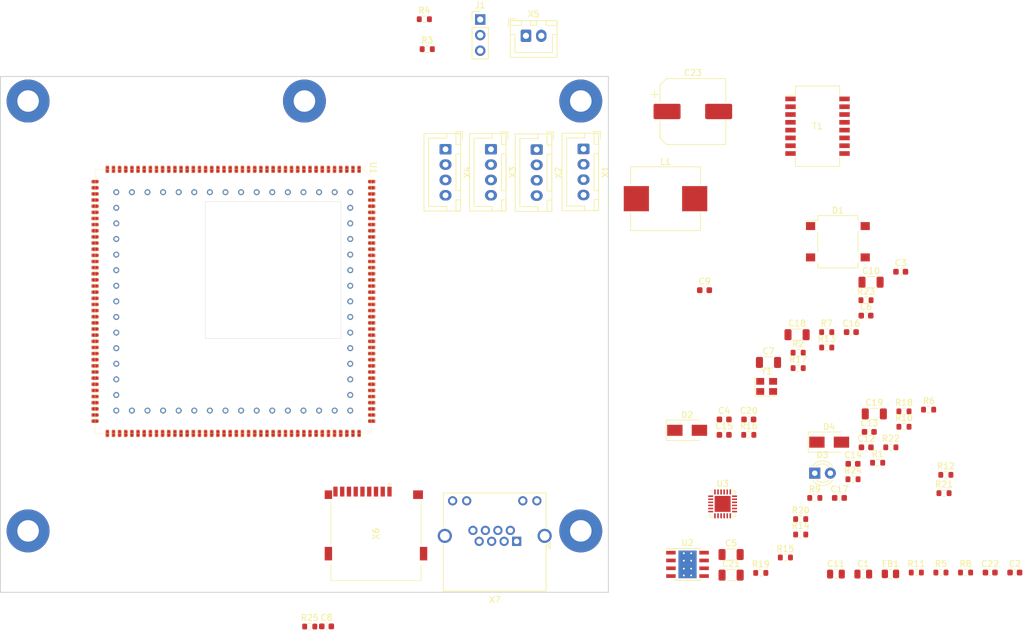
<source format=kicad_pcb>
(kicad_pcb (version 20211014) (generator pcbnew)
  (layers (0 "F.Cu" mixed) (31 "B.Cu" mixed) (36 "B.SilkS" user "B.Silkscreen") (37 "F.SilkS" user "F.Silkscreen") (38 "B.Mask" user) (39 "F.Mask" user) (44 "Edge.Cuts" user))
  (net 0 "")
  (net 1 "+5V")
  (net 2 "GND")
  (net 3 "Net-(C3-Pad2)")
  (net 4 "Net-(C4-Pad2)")
  (net 5 "Net-(C5-Pad1)")
  (net 6 "Net-(C16-Pad1)")
  (net 7 "+3V3")
  (net 8 "Net-(C10-Pad2)")
  (net 9 "Net-(C11-Pad1)")
  (net 10 "Net-(C12-Pad1)")
  (net 11 "Net-(C14-Pad2)")
  (net 12 "Net-(C15-Pad1)")
  (net 13 "Net-(C15-Pad2)")
  (net 14 "/VIN1")
  (net 15 "/VIN2")
  (net 16 "Net-(D3-Pad2)")
  (net 17 "Net-(J1-Pad2)")
  (net 18 "Net-(J1-Pad3)")
  (net 19 "Net-(R1-Pad1)")
  (net 20 "/STAT_LED")
  (net 21 "/UART0_TX")
  (net 22 "/UART0_RX")
  (net 23 "/RXD0")
  (net 24 "Net-(R5-Pad2)")
  (net 25 "/RXD1")
  (net 26 "Net-(R6-Pad2)")
  (net 27 "/RXER")
  (net 28 "Net-(R7-Pad2)")
  (net 29 "/CSDV")
  (net 30 "Net-(R8-Pad2)")
  (net 31 "/TXCK")
  (net 32 "Net-(R9-Pad2)")
  (net 33 "/PHY_RST")
  (net 34 "/MDIO")
  (net 35 "Net-(R12-Pad1)")
  (net 36 "Net-(R13-Pad1)")
  (net 37 "Net-(R14-Pad1)")
  (net 38 "/TXP")
  (net 39 "Net-(R17-Pad1)")
  (net 40 "/TXN")
  (net 41 "Net-(R19-Pad2)")
  (net 42 "/RXP")
  (net 43 "/RXN")
  (net 44 "Net-(R23-Pad1)")
  (net 45 "/ETH_LED2")
  (net 46 "Net-(R24-Pad1)")
  (net 47 "/ETH_LED1")
  (net 48 "Net-(R25-Pad1)")
  (net 49 "/SD0_CD")
  (net 50 "/TO1_N")
  (net 51 "/TO1_P")
  (net 52 "/TO0_N")
  (net 53 "/TO0_P")
  (net 92 "/M0_ONOFF")
  (net 93 "/M1_ONOFF")
  (net 95 "/M2_ONOFF")
  (net 96 "/M3_ONOFF")
  (net 118 "/SD0_D2")
  (net 119 "/SD0_CMD")
  (net 120 "/SD0_D1")
  (net 121 "/SD0_CLK")
  (net 124 "/SD0_D3")
  (net 125 "/SD0_D0")
  (net 156 "/USB0_N")
  (net 157 "/USB0_P")
  (net 158 "/USB1_N")
  (net 159 "/USB1_P")
  (net 160 "/USB2_N")
  (net 161 "/USB2_P")
  (net 162 "/USB3_N")
  (net 163 "/USB3_P")
  (net 164 "/TXEN")
  (net 165 "/MDC")
  (net 166 "/TXD0")
  (net 167 "/TXD1")
  (footprint "Capacitor_SMD:C_0603_1608Metric" (layer "F.Cu") (at 233.71 128.7)
    (fp_text reference "C20" (at 0 -1.43) (layer "F.SilkS"))
    (fp_text value "4.7u")
    (pad "1" smd roundrect (at -0.775 0) (size 0.9 0.95) (layers "F.Cu" "F.Paste" "F.Mask") (net 7 "+3V3"))
    (pad "2" smd roundrect (at 0.775 0) (size 0.9 0.95) (layers "F.Cu" "F.Paste" "F.Mask") (net 2 "GND"))
  )
  (footprint "Resistor_SMD:R_0603_1608Metric" (layer "F.Cu") (at 241.75 117.83)
    (fp_text reference "R2" (at 0 -1.43) (layer "F.SilkS"))
    (fp_text value "470R")
    (pad "1" smd roundrect (at -0.825 0) (size 0.8 0.95) (layers "F.Cu" "F.Paste" "F.Mask") (net 16 "Net-(D3-Pad2)"))
    (pad "2" smd roundrect (at 0.825 0) (size 0.8 0.95) (layers "F.Cu" "F.Paste" "F.Mask") (net 20 "/STAT_LED"))
  )
  (footprint "Capacitor_SMD:C_0603_1608Metric" (layer "F.Cu") (at 229.7 131.21)
    (fp_text reference "C15" (at 0 -1.43) (layer "F.SilkS"))
    (fp_text value "0.1u")
    (pad "1" smd roundrect (at -0.775 0) (size 0.9 0.95) (layers "F.Cu" "F.Paste" "F.Mask") (net 12 "Net-(C15-Pad1)"))
    (pad "2" smd roundrect (at 0.775 0) (size 0.9 0.95) (layers "F.Cu" "F.Paste" "F.Mask") (net 13 "Net-(C15-Pad2)"))
  )
  (footprint "Resistor_SMD:R_0603_1608Metric" (layer "F.Cu") (at 260.99 153.63)
    (fp_text reference "R11" (at 0 -1.43) (layer "F.SilkS"))
    (fp_text value "1.5k")
    (pad "1" smd roundrect (at -0.825 0) (size 0.8 0.95) (layers "F.Cu" "F.Paste" "F.Mask") (net 7 "+3V3"))
    (pad "2" smd roundrect (at 0.825 0) (size 0.8 0.95) (layers "F.Cu" "F.Paste" "F.Mask") (net 34 "/MDIO"))
  )
  (footprint "Resistor_SMD:R_0603_1608Metric" (layer "F.Cu") (at 239.67 151.18)
    (fp_text reference "R15" (at 0 -1.43) (layer "F.SilkS"))
    (fp_text value "18k")
    (pad "1" smd roundrect (at -0.825 0) (size 0.8 0.95) (layers "F.Cu" "F.Paste" "F.Mask") (net 11 "Net-(C14-Pad2)"))
    (pad "2" smd roundrect (at 0.825 0) (size 0.8 0.95) (layers "F.Cu" "F.Paste" "F.Mask") (net 10 "Net-(C12-Pad1)"))
  )
  (footprint "Resistor_SMD:R_0603_1608Metric" (layer "F.Cu") (at 241.75 120.34)
    (fp_text reference "R17" (at 0 -1.43) (layer "F.SilkS"))
    (fp_text value "12k")
    (pad "1" smd roundrect (at -0.825 0) (size 0.8 0.95) (layers "F.Cu" "F.Paste" "F.Mask") (net 39 "Net-(R17-Pad1)"))
    (pad "2" smd roundrect (at 0.825 0) (size 0.8 0.95) (layers "F.Cu" "F.Paste" "F.Mask") (net 2 "GND"))
  )
  (footprint "Connector_JST:JST_XH_B4B-XH-A_1x04_P2.50mm_Vertical" (layer "F.Cu") (at 206.8 84.65 -90)
    (fp_text reference "X1" (at 3.75 -3.55 90) (layer "F.SilkS"))
    (fp_text value "B4B-XH")
    (pad "1" thru_hole roundrect (at 0 0 270) (size 1.7 1.95) (drill 0.95) (layers *.Cu *.Mask) (roundrect_rratio 0.147059) (net 92 "/M0_ONOFF"))
    (pad "2" thru_hole oval (at 2.5 0 270) (size 1.7 1.95) (drill 0.95) (layers *.Cu *.Mask) (net 156 "/USB0_N"))
    (pad "3" thru_hole oval (at 5 0 270) (size 1.7 1.95) (drill 0.95) (layers *.Cu *.Mask) (net 157 "/USB0_P"))
    (pad "4" thru_hole oval (at 7.5 0 270) (size 1.7 1.95) (drill 0.95) (layers *.Cu *.Mask) (net 2 "GND"))
  )
  (footprint "Capacitor_SMD:C_1206_3216Metric" (layer "F.Cu") (at 254.15 127.8)
    (fp_text reference "C19" (at 0 -1.85) (layer "F.SilkS"))
    (fp_text value "47u")
    (pad "1" smd roundrect (at -1.475 0) (size 1.15 1.8) (layers "F.Cu" "F.Paste" "F.Mask") (roundrect_rratio 0.217391) (net 1 "+5V"))
    (pad "2" smd roundrect (at 1.475 0) (size 1.15 1.8) (layers "F.Cu" "F.Paste" "F.Mask") (roundrect_rratio 0.217391) (net 2 "GND"))
  )
  (footprint "Connector_JST:JST_XH_B4B-XH-A_1x04_P2.50mm_Vertical" (layer "F.Cu") (at 184.325 84.7 -90)
    (fp_text reference "X4" (at 3.75 -3.55 90) (layer "F.SilkS"))
    (fp_text value "B4B-XH")
    (pad "1" thru_hole roundrect (at 0 0 270) (size 1.7 1.95) (drill 0.95) (layers *.Cu *.Mask) (roundrect_rratio 0.147059) (net 96 "/M3_ONOFF"))
    (pad "2" thru_hole oval (at 2.5 0 270) (size 1.7 1.95) (drill 0.95) (layers *.Cu *.Mask) (net 162 "/USB3_N"))
    (pad "3" thru_hole oval (at 5 0 270) (size 1.7 1.95) (drill 0.95) (layers *.Cu *.Mask) (net 163 "/USB3_P"))
    (pad "4" thru_hole oval (at 7.5 0 270) (size 1.7 1.95) (drill 0.95) (layers *.Cu *.Mask) (net 2 "GND"))
  )
  (footprint "MountingHole:MountingHole_3.5mm_Pad" (layer "F.Cu") (at 116.35 76.85)
    (fp_text reference "H1" hide)
    (fp_text value "M3")
    (pad "1" thru_hole circle (at 0 0) (size 7 7) (drill 3.5) (layers *.Cu *.Mask) (net 2 "GND"))
  )
  (footprint "Inductor_SMD:L_Sunlord_MWSA1004S" (layer "F.Cu") (at 220.15 92.75)
    (fp_text reference "L1" (at 0 -6) (layer "F.SilkS"))
    (fp_text value "15uH")
    (pad "1" smd rect locked (at -4.75 0) (size 4.1 4.1) (layers "F.Cu" "F.Paste" "F.Mask") (net 13 "Net-(C15-Pad2)"))
    (pad "2" smd rect locked (at 4.75 0) (size 4.1 4.1) (layers "F.Cu" "F.Paste" "F.Mask") (net 1 "+5V"))
  )
  (footprint "Capacitor_SMD:C_0603_1608Metric" (layer "F.Cu") (at 252.8 111.79)
    (fp_text reference "C6" (at 0 -1.43) (layer "F.SilkS"))
    (fp_text value "0.1u")
    (pad "1" smd roundrect (at -0.775 0) (size 0.9 0.95) (layers "F.Cu" "F.Paste" "F.Mask") (net 6 "Net-(C16-Pad1)"))
    (pad "2" smd roundrect (at 0.775 0) (size 0.9 0.95) (layers "F.Cu" "F.Paste" "F.Mask") (net 2 "GND"))
  )
  (footprint "Resistor_SMD:R_0603_1608Metric" (layer "F.Cu") (at 233.71 131.21)
    (fp_text reference "R16" (at 0 -1.43) (layer "F.SilkS"))
    (fp_text value "49.9R")
    (pad "1" smd roundrect (at -0.825 0) (size 0.8 0.95) (layers "F.Cu" "F.Paste" "F.Mask") (net 6 "Net-(C16-Pad1)"))
    (pad "2" smd roundrect (at 0.825 0) (size 0.8 0.95) (layers "F.Cu" "F.Paste" "F.Mask") (net 38 "/TXP"))
  )
  (footprint "Capacitor_SMD:C_0805_2012Metric" (layer "F.Cu") (at 252.35 153.88)
    (fp_text reference "C1" (at 0 -1.68) (layer "F.SilkS"))
    (fp_text value "22u")
    (pad "1" smd roundrect (at -0.95 0) (size 1 1.45) (layers "F.Cu" "F.Paste" "F.Mask") (net 1 "+5V"))
    (pad "2" smd roundrect (at 0.95 0) (size 1 1.45) (layers "F.Cu" "F.Paste" "F.Mask") (net 2 "GND"))
  )
  (footprint "Capacitor_SMD:C_1206_3216Metric" (layer "F.Cu") (at 236.92 119.42)
    (fp_text reference "C7" (at 0 -1.85) (layer "F.SilkS"))
    (fp_text value "4.7u")
    (pad "1" smd roundrect (at -1.475 0) (size 1.15 1.8) (layers "F.Cu" "F.Paste" "F.Mask") (roundrect_rratio 0.217391) (net 5 "Net-(C5-Pad1)"))
    (pad "2" smd roundrect (at 1.475 0) (size 1.15 1.8) (layers "F.Cu" "F.Paste" "F.Mask") (roundrect_rratio 0.217391) (net 2 "GND"))
  )
  (footprint "Capacitor_SMD:C_1206_3216Metric" (layer "F.Cu") (at 253.62 106.35)
    (fp_text reference "C10" (at 0 -1.85) (layer "F.SilkS"))
    (fp_text value "1n 2kV")
    (pad "1" smd roundrect (at -1.475 0) (size 1.15 1.8) (layers "F.Cu" "F.Paste" "F.Mask") (roundrect_rratio 0.217391) (net 2 "GND"))
    (pad "2" smd roundrect (at 1.475 0) (size 1.15 1.8) (layers "F.Cu" "F.Paste" "F.Mask") (roundrect_rratio 0.217391) (net 8 "Net-(C10-Pad2)"))
  )
  (footprint "Package_SO:TI_SO-PowerPAD-8_ThermalVias" (layer "F.Cu") (at 223.73 152.3)
    (fp_text reference "U2" (at 0 -3.5) (layer "F.SilkS"))
    (fp_text value "TPS54540")
    (pad "1" smd rect (at -2.7 -1.905) (size 1.55 0.6) (layers "F.Cu" "F.Paste" "F.Mask") (net 12 "Net-(C15-Pad1)"))
    (pad "2" smd rect (at -2.7 -0.635) (size 1.55 0.6) (layers "F.Cu" "F.Paste" "F.Mask") (net 5 "Net-(C5-Pad1)"))
    (pad "3" smd rect (at -2.7 0.635) (size 1.55 0.6) (layers "F.Cu" "F.Paste" "F.Mask"))
    (pad "4" smd rect (at -2.7 1.905) (size 1.55 0.6) (layers "F.Cu" "F.Paste" "F.Mask") (net 35 "Net-(R12-Pad1)"))
    (pad "5" smd rect (at 2.7 1.905) (size 1.55 0.6) (layers "F.Cu" "F.Paste" "F.Mask") (net 41 "Net-(R19-Pad2)"))
    (pad "6" smd rect (at 2.7 0.635) (size 1.55 0.6) (layers "F.Cu" "F.Paste" "F.Mask") (net 11 "Net-(C14-Pad2)"))
    (pad "7" smd rect (at 2.7 -0.635) (size 1.55 0.6) (layers "F.Cu" "F.Paste" "F.Mask") (net 2 "GND"))
    (pad "8" smd rect (at 2.7 -1.905) (size 1.55 0.6) (layers "F.Cu" "F.Paste" "F.Mask") (net 13 "Net-(C15-Pad2)"))
    (pad "9" smd rect (at 0 0) (size 2.6 3.1) (layers "F.Cu" "F.Paste" "F.Mask") (net 2 "GND"))
    (pad "9" thru_hole circle (at -0.6 -1.8) (size 0.6 0.6) (drill 0.3) (layers *.Cu) (net 2 "GND"))
    (pad "9" thru_hole circle (at -0.6 0.7) (size 0.6 0.6) (drill 0.3) (layers *.Cu) (net 2 "GND"))
    (pad "9" thru_hole circle (at -0.6 1.8) (size 0.6 0.6) (drill 0.3) (layers *.Cu) (net 2 "GND"))
    (pad "9" thru_hole circle (at 0.6 1.8) (size 0.6 0.6) (drill 0.3) (layers *.Cu) (net 2 "GND"))
    (pad "9" smd rect (at 0 0) (size 2.95 4.5) (layers "F.Cu") (net 2 "GND"))
    (pad "9" smd rect (at 0 0) (size 2.95 4.5) (layers "B.Cu") (net 2 "GND"))
    (pad "9" thru_hole circle (at 0.6 0.7) (size 0.6 0.6) (drill 0.3) (layers *.Cu) (net 2 "GND"))
    (pad "9" thru_hole circle (at 0.6 -1.8) (size 0.6 0.6) (drill 0.3) (layers *.Cu) (net 2 "GND"))
    (pad "9" thru_hole circle (at 0.6 -0.6) (size 0.6 0.6) (drill 0.3) (layers *.Cu) (net 2 "GND"))
    (pad "9" thru_hole circle (at -0.6 -0.6) (size 0.6 0.6) (drill 0.3) (layers *.Cu) (net 2 "GND"))
  )
  (footprint "Package_DFN_QFN:QFN-24-1EP_4x4mm_P0.5mm_EP2.6x2.6mm" (layer "F.Cu") (at 229.45 142.45)
    (fp_text reference "U3" (at 0 -3.3) (layer "F.SilkS"))
    (fp_text value "LAN8720A")
    (pad "1" smd roundrect (at -1.9375 -1.25) (size 0.825 0.25) (layers "F.Cu" "F.Paste" "F.Mask") (net 6 "Net-(C16-Pad1)"))
    (pad "2" smd roundrect (at -1.9375 -0.75) (size 0.825 0.25) (layers "F.Cu" "F.Paste" "F.Mask") (net 45 "/ETH_LED2"))
    (pad "3" smd roundrect (at -1.9375 -0.25) (size 0.825 0.25) (layers "F.Cu" "F.Paste" "F.Mask") (net 47 "/ETH_LED1"))
    (pad "4" smd roundrect (at -1.9375 0.25) (size 0.825 0.25) (layers "F.Cu" "F.Paste" "F.Mask") (net 4 "Net-(C4-Pad2)"))
    (pad "5" smd roundrect (at -1.9375 0.75) (size 0.825 0.25) (layers "F.Cu" "F.Paste" "F.Mask") (net 3 "Net-(C3-Pad2)"))
    (pad "6" smd roundrect (at -1.9375 1.25) (size 0.825 0.25) (layers "F.Cu" "F.Paste" "F.Mask") (net 9 "Net-(C11-Pad1)"))
    (pad "7" smd roundrect (at -1.25 1.9375) (size 0.25 0.825) (layers "F.Cu" "F.Paste" "F.Mask") (net 26 "Net-(R6-Pad2)"))
    (pad "8" smd roundrect (at -0.75 1.9375) (size 0.25 0.825) (layers "F.Cu" "F.Paste" "F.Mask") (net 24 "Net-(R5-Pad2)"))
    (pad "9" smd roundrect (at -0.25 1.9375) (size 0.25 0.825) (layers "F.Cu" "F.Paste" "F.Mask") (net 7 "+3V3"))
    (pad "10" smd roundrect (at 0.25 1.9375) (size 0.25 0.825) (layers "F.Cu" "F.Paste" "F.Mask") (net 28 "Net-(R7-Pad2)"))
    (pad "11" smd roundrect (at 0.75 1.9375) (size 0.25 0.825) (layers "F.Cu" "F.Paste" "F.Mask") (net 30 "Net-(R8-Pad2)"))
    (pad "12" smd roundrect (at 1.25 1.9375) (size 0.25 0.825) (layers "F.Cu" "F.Paste" "F.Mask") (net 34 "/MDIO"))
    (pad "13" smd roundrect (at 1.9375 1.25) (size 0.825 0.25) (layers "F.Cu" "F.Paste" "F.Mask") (net 165 "/MDC"))
    (pad "14" smd roundrect (at 1.9375 0.75) (size 0.825 0.25) (layers "F.Cu" "F.Paste" "F.Mask") (net 32 "Net-(R9-Pad2)"))
    (pad "15" smd roundrect (at 1.9375 0.25) (size 0.825 0.25) (layers "F.Cu" "F.Paste" "F.Mask") (net 33 "/PHY_RST"))
    (pad "16" smd roundrect (at 1.9375 -0.25) (size 0.825 0.25) (layers "F.Cu" "F.Paste" "F.Mask") (net 164 "/TXEN"))
    (pad "17" smd roundrect (at 1.9375 -0.75) (size 0.825 0.25) (layers "F.Cu" "F.Paste" "F.Mask") (net 166 "/TXD0"))
    (pad "18" smd roundrect (at 1.9375 -1.25) (size 0.825 0.25) (layers "F.Cu" "F.Paste" "F.Mask") (net 167 "/TXD1"))
    (pad "19" smd roundrect (at 1.25 -1.9375) (size 0.25 0.825) (layers "F.Cu" "F.Paste" "F.Mask") (net 6 "Net-(C16-Pad1)"))
    (pad "20" smd roundrect (at 0.75 -1.9375) (size 0.25 0.825) (layers "F.Cu" "F.Paste" "F.Mask") (net 40 "/TXN"))
    (pad "21" smd roundrect (at 0.25 -1.9375) (size 0.25 0.825) (layers "F.Cu" "F.Paste" "F.Mask") (net 38 "/TXP"))
    (pad "22" smd roundrect (at -0.25 -1.9375) (size 0.25 0.825) (layers "F.Cu" "F.Paste" "F.Mask") (net 43 "/RXN"))
    (pad "23" smd roundrect (at -0.75 -1.9375) (size 0.25 0.825) (layers "F.Cu" "F.Paste" "F.Mask") (net 42 "/RXP"))
    (pad "24" smd roundrect (at -1.25 -1.9375) (size 0.25 0.825) (layers "F.Cu" "F.Paste" "F.Mask") (net 39 "Net-(R17-Pad1)"))
    (pad "25" smd rect (at 0 0) (size 2.6 2.6) (layers "F.Cu" "F.Mask") (net 2 "GND"))
  )
  (footprint "Diode_SMD:D_SMA" (layer "F.Cu") (at 246.8 132.4)
    (fp_text reference "D4" (at 0 -2.5) (layer "F.SilkS"))
    (fp_text value "SS540")
    (pad "1" smd rect (at -2 0) (size 2.5 1.8) (layers "F.Cu" "F.Paste" "F.Mask") (net 13 "Net-(C15-Pad2)"))
    (pad "2" smd rect (at 2 0) (size 2.5 1.8) (layers "F.Cu" "F.Paste" "F.Mask") (net 2 "GND"))
  )
  (footprint "Resistor_SMD:R_0603_1608Metric" (layer "F.Cu") (at 244.46 141.48)
    (fp_text reference "R9" (at 0 -1.43) (layer "F.SilkS"))
    (fp_text value "22R")
    (pad "1" smd roundrect (at -0.825 0) (size 0.8 0.95) (layers "F.Cu" "F.Paste" "F.Mask") (net 31 "/TXCK"))
    (pad "2" smd roundrect (at 0.825 0) (size 0.8 0.95) (layers "F.Cu" "F.Paste" "F.Mask") (net 32 "Net-(R9-Pad2)"))
  )
  (footprint "Resistor_SMD:R_0603_1608Metric" (layer "F.Cu") (at 262.99 127.1)
    (fp_text reference "R6" (at 0.06 -1.4) (layer "F.SilkS"))
    (fp_text value "22R")
    (pad "1" smd roundrect (at -0.825 0) (size 0.8 0.95) (layers "F.Cu" "F.Paste" "F.Mask") (net 25 "/RXD1"))
    (pad "2" smd roundrect (at 0.825 0) (size 0.8 0.95) (layers "F.Cu" "F.Paste" "F.Mask") (net 26 "Net-(R6-Pad2)"))
  )
  (footprint "Connector_JST:JST_XH_B2B-XH-A_1x02_P2.50mm_Vertical" (layer "F.Cu") (at 197.425 66.225)
    (fp_text reference "X5" (at 1.25 -3.55) (layer "F.SilkS"))
    (fp_text value "B2B-XH")
    (pad "1" thru_hole roundrect (at 0 0) (size 1.7 2) (drill 1) (layers *.Cu *.Mask) (roundrect_rratio 0.147059) (net 5 "Net-(C5-Pad1)"))
    (pad "2" thru_hole oval (at 2.5 0) (size 1.7 2) (drill 1) (layers *.Cu *.Mask) (net 2 "GND"))
  )
  (footprint "Capacitor_SMD:C_1206_3216Metric" (layer "F.Cu") (at 241.57 114.9)
    (fp_text reference "C18" (at 0 -1.85) (layer "F.SilkS"))
    (fp_text value "47u")
    (pad "1" smd roundrect (at -1.475 0) (size 1.15 1.8) (layers "F.Cu" "F.Paste" "F.Mask") (roundrect_rratio 0.217391) (net 1 "+5V"))
    (pad "2" smd roundrect (at 1.475 0) (size 1.15 1.8) (layers "F.Cu" "F.Paste" "F.Mask") (roundrect_rratio 0.217391) (net 2 "GND"))
  )
  (footprint "Resistor_SMD:R_0603_1608Metric" (layer "F.Cu") (at 162.215 162.425)
    (fp_text reference "R25" (at 0 -1.43) (layer "F.SilkS"))
    (fp_text value "1k")
    (pad "1" smd roundrect (at -0.825 0) (size 0.8 0.95) (layers "F.Cu" "F.Paste" "F.Mask") (net 48 "Net-(R25-Pad1)"))
    (pad "2" smd roundrect (at 0.825 0) (size 0.8 0.95) (layers "F.Cu" "F.Paste" "F.Mask") (net 49 "/SD0_CD"))
  )
  (footprint "Capacitor_SMD:C_0603_1608Metric" (layer "F.Cu") (at 277.03 153.63)
    (fp_text reference "C2" (at 0 -1.43) (layer "F.SilkS"))
    (fp_text value "0.1u")
    (pad "1" smd roundrect (at -0.775 0) (size 0.9 0.95) (layers "F.Cu" "F.Paste" "F.Mask") (net 1 "+5V"))
    (pad "2" smd roundrect (at 0.775 0) (size 0.9 0.95) (layers "F.Cu" "F.Paste" "F.Mask") (net 2 "GND"))
  )
  (footprint "MountingHole:MountingHole_3.5mm_Pad" (layer "F.Cu") (at 206.35 76.85)
    (fp_text reference "H2" hide)
    (fp_text value "M3")
    (pad "1" thru_hole circle (at 0 0) (size 7 7) (drill 3.5) (layers *.Cu *.Mask) (net 2 "GND"))
  )
  (footprint "Resistor_SMD:R_0603_1608Metric" (layer "F.Cu") (at 250.68 138.44)
    (fp_text reference "R24" (at 0 -1.43) (layer "F.SilkS"))
    (fp_text value "470R")
    (pad "1" smd roundrect (at -0.825 0) (size 0.8 0.95) (layers "F.Cu" "F.Paste" "F.Mask") (net 46 "Net-(R24-Pad1)"))
    (pad "2" smd roundrect (at 0.825 0) (size 0.8 0.95) (layers "F.Cu" "F.Paste" "F.Mask") (net 47 "/ETH_LED1"))
  )
  (footprint "LED_THT:LED_D3.0mm" (layer "F.Cu") (at 244.45 137.45)
    (fp_text reference "D3" (at 1.27 -2.96) (layer "F.SilkS"))
    (fp_text value "3mm")
    (pad "1" thru_hole rect (at 0 0) (size 1.8 1.8) (drill 0.9) (layers *.Cu *.Mask) (net 2 "GND"))
    (pad "2" thru_hole circle (at 2.54 0) (size 1.8 1.8) (drill 0.9) (layers *.Cu *.Mask) (net 16 "Net-(D3-Pad2)"))
  )
  (footprint "Capacitor_SMD:C_0603_1608Metric" (layer "F.Cu") (at 226.5 107.65)
    (fp_text reference "C9" (at 0 -1.43) (layer "F.SilkS"))
    (fp_text value "0.1u")
    (pad "1" smd roundrect (at -0.775 0) (size 0.9 0.95) (layers "F.Cu" "F.Paste" "F.Mask") (net 7 "+3V3"))
    (pad "2" smd roundrect (at 0.775 0) (size 0.9 0.95) (layers "F.Cu" "F.Paste" "F.Mask") (net 2 "GND"))
  )
  (footprint "Capacitor_SMD:C_0603_1608Metric" (layer "F.Cu") (at 252.83 133.24)
    (fp_text reference "C12" (at 0 -1.43) (layer "F.SilkS"))
    (fp_text value "10n")
    (pad "1" smd roundrect (at -0.775 0) (size 0.9 0.95) (layers "F.Cu" "F.Paste" "F.Mask") (net 10 "Net-(C12-Pad1)"))
    (pad "2" smd roundrect (at 0.775 0) (size 0.9 0.95) (layers "F.Cu" "F.Paste" "F.Mask") (net 2 "GND"))
  )
  (footprint "Resistor_SMD:R_0603_1608Metric" (layer "F.Cu") (at 246.4 114.48)
    (fp_text reference "R7" (at 0 -1.43) (layer "F.SilkS"))
    (fp_text value "22R")
    (pad "1" smd roundrect (at -0.825 0) (size 0.8 0.95) (layers "F.Cu" "F.Paste" "F.Mask") (net 27 "/RXER"))
    (pad "2" smd roundrect (at 0.825 0) (size 0.8 0.95) (layers "F.Cu" "F.Paste" "F.Mask") (net 28 "Net-(R7-Pad2)"))
  )
  (footprint "Connector_JST:JST_XH_B4B-XH-A_1x04_P2.50mm_Vertical" (layer "F.Cu") (at 191.725 84.7 -90)
    (fp_text reference "X3" (at 3.75 -3.55 90) (layer "F.SilkS"))
    (fp_text value "B4B-XH")
    (pad "1" thru_hole roundrect (at 0 0 270) (size 1.7 1.95) (drill 0.95) (layers *.Cu *.Mask) (roundrect_rratio 0.147059) (net 95 "/M2_ONOFF"))
    (pad "2" thru_hole oval (at 2.5 0 270) (size 1.7 1.95) (drill 0.95) (layers *.Cu *.Mask) (net 160 "/USB2_N"))
    (pad "3" thru_hole oval (at 5 0 270) (size 1.7 1.95) (drill 0.95) (layers *.Cu *.Mask) (net 161 "/USB2_P"))
    (pad "4" thru_hole oval (at 7.5 0 270) (size 1.7 1.95) (drill 0.95) (layers *.Cu *.Mask) (net 2 "GND"))
  )
  (footprint "Capacitor_SMD:C_0603_1608Metric" (layer "F.Cu") (at 164.95 162.4)
    (fp_text reference "C8" (at 0 -1.43) (layer "F.SilkS"))
    (fp_text value "4.7u")
    (pad "1" smd roundrect (at -0.775 0) (size 0.9 0.95) (layers "F.Cu" "F.Paste" "F.Mask") (net 7 "+3V3"))
    (pad "2" smd roundrect (at 0.775 0) (size 0.9 0.95) (layers "F.Cu" "F.Paste" "F.Mask") (net 2 "GND"))
  )
  (footprint "Oscillator:Oscillator_SMD_Abracon_ASE-4Pin_3.2x2.5mm" (layer "F.Cu") (at 236.62 123.32)
    (fp_text reference "Y1" (at 0 -2.45) (layer "F.SilkS"))
    (fp_text value "25MHz")
    (pad "1" smd rect (at -1.05 0.825) (size 1.3 1.1) (layers "F.Cu" "F.Paste" "F.Mask") (net 3 "Net-(C3-Pad2)"))
    (pad "2" smd rect (at 1.05 0.825) (size 1.3 1.1) (layers "F.Cu" "F.Paste" "F.Mask") (net 2 "GND"))
    (pad "3" smd rect (at 1.05 -0.825) (size 1.3 1.1) (layers "F.Cu" "F.Paste" "F.Mask") (net 4 "Net-(C4-Pad2)"))
    (pad "4" smd rect (at -1.05 -0.825) (size 1.3 1.1) (layers "F.Cu" "F.Paste" "F.Mask") (net 2 "GND"))
  )
  (footprint "Resistor_SMD:R_0603_1608Metric" (layer "F.Cu") (at 258.98 129.89)
    (fp_text reference "R10" (at 0 -1.43) (layer "F.SilkS"))
    (fp_text value "4.7k")
    (pad "1" smd roundrect (at -0.825 0) (size 0.8 0.95) (layers "F.Cu" "F.Paste" "F.Mask") (net 7 "+3V3"))
    (pad "2" smd roundrect (at 0.825 0) (size 0.8 0.95) (layers "F.Cu" "F.Paste" "F.Mask") (net 33 "/PHY_RST"))
  )
  (footprint "MountingHole:MountingHole_3.5mm_Pad" (layer "F.Cu") (at 116.35 146.85)
    (fp_text reference "H3" hide)
    (fp_text value "M3")
    (pad "1" thru_hole circle (at 0 0) (size 7 7) (drill 3.5) (layers *.Cu *.Mask) (net 2 "GND"))
  )
  (footprint "Capacitor_SMD:C_1206_3216Metric" (layer "F.Cu") (at 230.83 154.05)
    (fp_text reference "C21" (at 0 -1.85) (layer "F.SilkS"))
    (fp_text value "47u")
    (pad "1" smd roundrect (at -1.475 0) (size 1.15 1.8) (layers "F.Cu" "F.Paste" "F.Mask") (roundrect_rratio 0.217391) (net 1 "+5V"))
    (pad "2" smd roundrect (at 1.475 0) (size 1.15 1.8) (layers "F.Cu" "F.Paste" "F.Mask") (roundrect_rratio 0.217391) (net 2 "GND"))
  )
  (footprint "Resistor_SMD:R_0603_1608Metric" (layer "F.Cu") (at 256.84 133.24)
    (fp_text reference "R22" (at 0 -1.43) (layer "F.SilkS"))
    (fp_text value "49.9R")
    (pad "1" smd roundrect (at -0.825 0) (size 0.8 0.95) (layers "F.Cu" "F.Paste" "F.Mask") (net 6 "Net-(C16-Pad1)"))
    (pad "2" smd roundrect (at 0.825 0) (size 0.8 0.95) (layers "F.Cu" "F.Paste" "F.Mask") (net 43 "/RXN"))
  )
  (footprint "Resistor_SMD:R_0603_1608Metric" (layer "F.Cu") (at 235.66 153.69)
    (fp_text reference "R19" (at 0 -1.43) (layer "F.SilkS"))
    (fp_text value "36k")
    (pad "1" smd roundrect (at -0.825 0) (size 0.8 0.95) (layers "F.Cu" "F.Paste" "F.Mask") (net 1 "+5V"))
    (pad "2" smd roundrect (at 0.825 0) (size 0.8 0.95) (layers "F.Cu" "F.Paste" "F.Mask") (net 41 "Net-(R19-Pad2)"))
  )
  (footprint "Resistor_SMD:R_0603_1608Metric" (layer "F.Cu") (at 180.875 63.525)
    (fp_text reference "R4" (at 0 -1.43) (layer "F.SilkS"))
    (fp_text value "100R")
    (pad "1" smd roundrect (at -0.825 0) (size 0.8 0.95) (layers "F.Cu" "F.Paste" "F.Mask") (net 17 "Net-(J1-Pad2)"))
    (pad "2" smd roundrect (at 0.825 0) (size 0.8 0.95) (layers "F.Cu" "F.Paste" "F.Mask") (net 22 "/UART0_RX"))
  )
  (footprint "Resistor_SMD:R_0603_1608Metric" (layer "F.Cu") (at 265 153.63)
    (fp_text reference "R5" (at 0 -1.43) (layer "F.SilkS"))
    (fp_text value "22R")
    (pad "1" smd roundrect (at -0.825 0) (size 0.8 0.95) (layers "F.Cu" "F.Paste" "F.Mask") (net 23 "/RXD0"))
    (pad "2" smd roundrect (at 0.825 0) (size 0.8 0.95) (layers "F.Cu" "F.Paste" "F.Mask") (net 24 "Net-(R5-Pad2)"))
  )
  (footprint "Capacitor_SMD:C_0805_2012Metric" (layer "F.Cu") (at 247.9 153.88)
    (fp_text reference "C11" (at 0 -1.68) (layer "F.SilkS"))
    (fp_text value "10u")
    (pad "1" smd roundrect (at -0.95 0) (size 1 1.45) (layers "F.Cu" "F.Paste" "F.Mask") (net 9 "Net-(C11-Pad1)"))
    (pad "2" smd roundrect (at 0.95 0) (size 1 1.45) (layers "F.Cu" "F.Paste" "F.Mask") (net 2 "GND"))
  )
  (footprint "Capacitor_SMD:C_0603_1608Metric" (layer "F.Cu") (at 248.47 141.48)
    (fp_text reference "C17" (at 0 -1.43) (layer "F.SilkS"))
    (fp_text value "0.1u")
    (pad "1" smd roundrect (at -0.775 0) (size 0.9 0.95) (layers "F.Cu" "F.Paste" "F.Mask") (net 6 "Net-(C16-Pad1)"))
    (pad "2" smd roundrect (at 0.775 0) (size 0.9 0.95) (layers "F.Cu" "F.Paste" "F.Mask") (net 2 "GND"))
  )
  (footprint "Capacitor_SMD:C_0603_1608Metric" (layer "F.Cu") (at 253.33 130.73)
    (fp_text reference "C13" (at 0 -1.43) (layer "F.SilkS"))
    (fp_text value "470p")
    (pad "1" smd roundrect (at -0.775 0) (size 0.9 0.95) (layers "F.Cu" "F.Paste" "F.Mask") (net 9 "Net-(C11-Pad1)"))
    (pad "2" smd roundrect (at 0.775 0) (size 0.9 0.95) (layers "F.Cu" "F.Paste" "F.Mask") (net 2 "GND"))
  )
  (footprint "Resistor_SMD:R_0805_2012Metric" (layer "F.Cu") (at 256.78 153.85)
    (fp_text reference "FB1" (at 0 -1.65) (layer "F.SilkS"))
    (fp_text value "2A")
    (pad "1" smd roundrect (at -0.9125 0) (size 1.025 1.4) (layers "F.Cu" "F.Paste" "F.Mask") (roundrect_rratio 0.243902) (net 7 "+3V3"))
    (pad "2" smd roundrect (at 0.9125 0) (size 1.025 1.4) (layers "F.Cu" "F.Paste" "F.Mask") (roundrect_rratio 0.243902) (net 6 "Net-(C16-Pad1)"))
  )
  (footprint "Resistor_SMD:R_0603_1608Metric" (layer "F.Cu") (at 254.69 135.75)
    (fp_text reference "R1" (at 0 -1.43) (layer "F.SilkS"))
    (fp_text value "1k")
    (pad "1" smd roundrect (at -0.825 0) (size 0.8 0.95) (layers "F.Cu" "F.Paste" "F.Mask") (net 19 "Net-(R1-Pad1)"))
    (pad "2" smd roundrect (at 0.825 0) (size 0.8 0.95) (layers "F.Cu" "F.Paste" "F.Mask") (net 2 "GND"))
  )
  (footprint "Capacitor_SMD:CP_Elec_10x10.5" (layer "F.Cu") (at 224.6 78.55)
    (fp_text reference "C23" (at 0 -6.3) (layer "F.SilkS"))
    (fp_text value "100u 50V")
    (pad "1" smd roundrect (at -4.2 0) (size 4.4 2.5) (layers "F.Cu" "F.Paste" "F.Mask") (roundrect_rratio 0.1) (net 5 "Net-(C5-Pad1)"))
    (pad "2" smd roundrect (at 4.2 0) (size 4.4 2.5) (layers "F.Cu" "F.Paste" "F.Mask") (roundrect_rratio 0.1) (net 2 "GND"))
  )
  (footprint "Resistor_SMD:R_0603_1608Metric" (layer "F.Cu") (at 258.98 127.38)
    (fp_text reference "R18" (at 0 -1.43) (layer "F.SilkS"))
    (fp_text value "49.9R")
    (pad "1" smd roundrect (at -0.825 0) (size 0.8 0.95) (layers "F.Cu" "F.Paste" "F.Mask") (net 6 "Net-(C16-Pad1)"))
    (pad "2" smd roundrect (at 0.825 0) (size 0.8 0.95) (layers "F.Cu" "F.Paste" "F.Mask") (net 40 "/TXN"))
  )
  (footprint "Connector_JST:JST_XH_B4B-XH-A_1x04_P2.50mm_Vertical" (layer "F.Cu") (at 199.175 84.75 -90)
    (fp_text reference "X2" (at 3.75 -3.55 90) (layer "F.SilkS"))
    (fp_text value "B4B-XH")
    (pad "1" thru_hole roundrect (at 0 0 270) (size 1.7 1.95) (drill 0.95) (layers *.Cu *.Mask) (roundrect_rratio 0.147059) (net 93 "/M1_ONOFF"))
    (pad "2" thru_hole oval (at 2.5 0 270) (size 1.7 1.95) (drill 0.95) (layers *.Cu *.Mask) (net 158 "/USB1_N"))
    (pad "3" thru_hole oval (at 5 0 270) (size 1.7 1.95) (drill 0.95) (layers *.Cu *.Mask) (net 159 "/USB1_P"))
    (pad "4" thru_hole oval (at 7.5 0 270) (size 1.7 1.95) (drill 0.95) (layers *.Cu *.Mask) (net 2 "GND"))
  )
  (footprint "Resistor_SMD:R_0603_1608Metric" (layer "F.Cu") (at 242.16 144.93)
    (fp_text reference "R20" (at 0 -1.43) (layer "F.SilkS"))
    (fp_text value "6.8k")
    (pad "1" smd roundrect (at -0.825 0) (size 0.8 0.95) (layers "F.Cu" "F.Paste" "F.Mask") (net 41 "Net-(R19-Pad2)"))
    (pad "2" smd roundrect (at 0.825 0) (size 0.8 0.95) (layers "F.Cu" "F.Paste" "F.Mask") (net 2 "GND"))
  )
  (footprint "Diode_SMD:Diode_Bridge_OnSemi_SDIP-4L" (layer "F.Cu") (at 248.22 99.76)
    (fp_text reference "D1" (at 0 -5.1) (layer "F.SilkS"))
    (fp_text value "DB107S")
    (pad "1" smd rect (at -4.45 -2.55) (size 1.5 1.3) (layers "F.Cu" "F.Paste" "F.Mask") (net 5 "Net-(C5-Pad1)"))
    (pad "2" smd rect (at -4.45 2.55) (size 1.5 1.3) (layers "F.Cu" "F.Paste" "F.Mask") (net 2 "GND"))
    (pad "3" smd rect (at 4.45 2.55) (size 1.5 1.3) (layers "F.Cu" "F.Paste" "F.Mask") (net 14 "/VIN1"))
    (pad "4" smd rect (at 4.45 -2.55) (size 1.5 1.3) (layers "F.Cu" "F.Paste" "F.Mask") (net 15 "/VIN2"))
  )
  (footprint "Connector_PinHeader_2.54mm:PinHeader_1x03_P2.54mm_Vertical" (layer "F.Cu") (at 189.975 63.575)
    (fp_text reference "J1" (at 0 -2.33) (layer "F.SilkS"))
    (fp_text value "Header")
    (pad "1" thru_hole rect (at 0 0) (size 1.7 1.7) (drill 1) (layers *.Cu *.Mask) (net 2 "GND"))
    (pad "2" thru_hole oval (at 0 2.54) (size 1.7 1.7) (drill 1) (layers *.Cu *.Mask) (net 17 "Net-(J1-Pad2)"))
    (pad "3" thru_hole oval (at 0 5.08) (size 1.7 1.7) (drill 1) (layers *.Cu *.Mask) (net 18 "Net-(J1-Pad3)"))
  )
  (footprint "Resistor_SMD:R_0603_1608Metric" (layer "F.Cu") (at 252.8 109.28)
    (fp_text reference "R23" (at 0 -1.43) (layer "F.SilkS"))
    (fp_text value "470R")
    (pad "1" smd roundrect (at -0.825 0) (size 0.8 0.95) (layers "F.Cu" "F.Paste" "F.Mask") (net 44 "Net-(R23-Pad1)"))
    (pad "2" smd roundrect (at 0.825 0) (size 0.8 0.95) (layers "F.Cu" "F.Paste" "F.Mask") (net 45 "/ETH_LED2"))
  )
  (footprint "Resistor_SMD:R_0603_1608Metric" (layer "F.Cu") (at 246.4 116.99)
    (fp_text reference "R13" (at 0 -1.43) (layer "F.SilkS"))
    (fp_text value "75")
    (pad "1" smd roundrect (at -0.825 0) (size 0.8 0.95) (layers "F.Cu" "F.Paste" "F.Mask") (net 36 "Net-(R13-Pad1)"))
    (pad "2" smd roundrect (at 0.825 0) (size 0.8 0.95) (layers "F.Cu" "F.Paste" "F.Mask") (net 8 "Net-(C10-Pad2)"))
  )
  (footprint "Connector_RJ:RJ45_Amphenol_RJHSE538X" (layer "F.Cu") (at 195.9 148.55 180)
    (fp_text reference "X7" (at 3.56 -9.5) (layer "F.SilkS"))
    (fp_text value "RJ45")
    (pad "" np_thru_hole circle (at 9.91 -2.54 180) (size 3.25 3.25) (drill 3.25) (layers *.Cu *.Mask))
    (pad "" np_thru_hole circle (at -2.79 -2.54 180) (size 3.25 3.25) (drill 3.25) (layers *.Cu *.Mask))
    (pad "1" thru_hole rect (at 0 0 180) (size 1.5 1.5) (drill 0.89) (layers *.Cu *.Mask) (net 53 "/TO0_P"))
    (pad "2" thru_hole circle (at 1.016 1.78 180) (size 1.5 1.5) (drill 0.89) (layers *.Cu *.Mask) (net 52 "/TO0_N"))
    (pad "3" thru_hole circle (at 2.032 0 180) (size 1.5 1.5) (drill 0.89) (layers *.Cu *.Mask) (net 51 "/TO1_P"))
    (pad "4" thru_hole circle (at 3.048 1.78 180) (size 1.5 1.5) (drill 0.89) (layers *.Cu *.Mask) (net 14 "/VIN1"))
    (pad "5" thru_hole circle (at 4.064 0 180) (size 1.5 1.5) (drill 0.89) (layers *.Cu *.Mask) (net 14 "/VIN1"))
    (pad "6" thru_hole circle (at 5.08 1.78 180) (size 1.5 1.5) (drill 0.89) (layers *.Cu *.Mask) (net 50 "/TO1_N"))
    (pad "7" thru_hole circle (at 6.096 0 180) (size 1.5 1.5) (drill 0.89) (layers *.Cu *.Mask) (net 15 "/VIN2"))
    (pad "8" thru_hole circle (at 7.112 1.78 180) (size 1.5 1.5) (drill 0.89) (layers *.Cu *.Mask) (net 15 "/VIN2"))
    (pad "9" thru_hole circle (at -3.3 6.6 180) (size 1.5 1.5) (drill 0.89) (layers *.Cu *.Mask) (net 2 "GND"))
    (pad "10" thru_hole circle (at -1.01 6.6 180) (size 1.5 1.5) (drill 0.89) (layers *.Cu *.Mask) (net 46 "Net-(R24-Pad1)"))
    (pad "11" thru_hole circle (at 8.13 6.6 180) (size 1.5 1.5) (drill 0.89) (layers *.Cu *.Mask) (net 2 "GND"))
    (pad "12" thru_hole circle (at 10.42 6.6 180) (size 1.5 1.5) (drill 0.89) (layers *.Cu *.Mask) (net 44 "Net-(R23-Pad1)"))
    (pad "SH" thru_hole circle (at -4.57 0.89 180) (size 2.3 2.3) (drill 1.57) (layers *.Cu *.Mask) (net 2 "GND"))
    (pad "SH" thru_hole circle (at 11.69 0.89 180) (size 2.3 2.3) (drill 1.57) (layers *.Cu *.Mask) (net 2 "GND"))
  )
  (footprint "MountingHole:MountingHole_3.5mm_Pad" (layer "F.Cu") (at 206.35 146.85)
    (fp_text reference "H4" hide)
    (fp_text value "M3")
    (pad "1" thru_hole circle (at 0 0) (size 7 7) (drill 3.5) (layers *.Cu *.Mask) (net 2 "GND"))
  )
  (footprint "Capacitor_SMD:C_1206_3216Metric" (layer "F.Cu") (at 230.83 150.7)
    (fp_text reference "C5" (at 0 -1.85) (layer "F.SilkS"))
    (fp_text value "4.7u")
    (pad "1" smd roundrect (at -1.475 0) (size 1.15 1.8) (layers "F.Cu" "F.Paste" "F.Mask") (roundrect_rratio 0.217391) (net 5 "Net-(C5-Pad1)"))
    (pad "2" smd roundrect (at 1.475 0) (size 1.15 1.8) (layers "F.Cu" "F.Paste" "F.Mask") (roundrect_rratio 0.217391) (net 2 "GND"))
  )
  (footprint "Capacitor_SMD:C_0603_1608Metric" (layer "F.Cu") (at 250.68 135.93)
    (fp_text reference "C14" (at 0 -1.43) (layer "F.SilkS"))
    (fp_text value "8.2p")
    (pad "1" smd roundrect (at -0.775 0) (size 0.9 0.95) (layers "F.Cu" "F.Paste" "F.Mask") (net 2 "GND"))
    (pad "2" smd roundrect (at 0.775 0) (size 0.9 0.95) (layers "F.Cu" "F.Paste" "F.Mask") (net 11 "Net-(C14-Pad2)"))
  )
  (footprint "Resistor_SMD:R_0603_1608Metric" (layer "F.Cu") (at 265.8 137.725)
    (fp_text reference "R12" (at 0 -1.43) (layer "F.SilkS"))
    (fp_text value "200k")
    (pad "1" smd roundrect (at -0.825 0) (size 0.8 0.95) (layers "F.Cu" "F.Paste" "F.Mask") (net 35 "Net-(R12-Pad1)"))
    (pad "2" smd roundrect (at 0.825 0) (size 0.8 0.95) (layers "F.Cu" "F.Paste" "F.Mask") (net 2 "GND"))
  )
  (footprint "Resistor_SMD:R_0603_1608Metric" (layer "F.Cu") (at 181.35 68.4)
    (fp_text reference "R3" (at 0 -1.43) (layer "F.SilkS"))
    (fp_text value "100R")
    (pad "1" smd roundrect (at -0.825 0) (size 0.8 0.95) (layers "F.Cu" "F.Paste" "F.Mask") (net 18 "Net-(J1-Pad3)"))
    (pad "2" smd roundrect (at 0.825 0) (size 0.8 0.95) (layers "F.Cu" "F.Paste" "F.Mask") (net 21 "/UART0_TX"))
  )
  (footprint "Capacitor_SMD:C_0603_1608Metric" (layer "F.Cu") (at 229.7 128.7)
    (fp_text reference "C4" (at 0 -1.43) (layer "F.SilkS"))
    (fp_text value "18p")
    (pad "1" smd roundrect (at -0.775 0) (size 0.9 0.95) (layers "F.Cu" "F.Paste" "F.Mask") (net 2 "GND"))
    (pad "2" smd roundrect (at 0.775 0) (size 0.9 0.95) (layers "F.Cu" "F.Paste" "F.Mask") (net 4 "Net-(C4-Pad2)"))
  )
  (footprint "Resistor_SMD:R_0603_1608Metric" (layer "F.Cu") (at 242.16 147.44)
    (fp_text reference "R14" (at 0 -1.43) (layer "F.SilkS"))
    (fp_text value "75")
    (pad "1" smd roundrect (at -0.825 0) (size 0.8 0.95) (layers "F.Cu" "F.Paste" "F.Mask") (net 37 "Net-(R14-Pad1)"))
    (pad "2" smd roundrect (at 0.825 0) (size 0.8 0.95) (layers "F.Cu" "F.Paste" "F.Mask") (net 8 "Net-(C10-Pad2)"))
  )
  (footprint "Capacitor_SMD:C_0603_1608Metric" (layer "F.Cu") (at 273.02 153.63)
    (fp_text reference "C22" (at 0 -1.43) (layer "F.SilkS"))
    (fp_text value "0.1u")
    (pad "1" smd roundrect (at -0.775 0) (size 0.9 0.95) (layers "F.Cu" "F.Paste" "F.Mask") (net 7 "+3V3"))
    (pad "2" smd roundrect (at 0.775 0) (size 0.9 0.95) (layers "F.Cu" "F.Paste" "F.Mask") (net 2 "GND"))
  )
  (footprint "Transformer_SMD:Transformer_Ethernet_Bourns_PT61017PEL" (layer "F.Cu") (at 244.9 80.95)
    (fp_text reference "T1" (at 0 0) (layer "F.SilkS"))
    (fp_text value "HY601742")
    (pad "1" smd rect (at -4.4 -4.445) (size 1.7 0.76) (layers "F.Cu" "F.Paste" "F.Mask") (net 42 "/RXP"))
    (pad "2" smd rect (at -4.4 -3.175) (size 1.7 0.76) (layers "F.Cu" "F.Paste" "F.Mask") (net 6 "Net-(C16-Pad1)"))
    (pad "3" smd rect (at -4.4 -1.905) (size 1.7 0.76) (layers "F.Cu" "F.Paste" "F.Mask") (net 43 "/RXN"))
    (pad "4" smd rect (at -4.4 -0.635) (size 1.7 0.76) (layers "F.Cu" "F.Paste" "F.Mask"))
    (pad "5" smd rect (at -4.4 0.635) (size 1.7 0.76) (layers "F.Cu" "F.Paste" "F.Mask"))
    (pad "6" smd rect (at -4.4 1.905) (size 1.7 0.76) (layers "F.Cu" "F.Paste" "F.Mask") (net 38 "/TXP"))
    (pad "7" smd rect (at -4.4 3.175) (size 1.7 0.76) (layers "F.Cu" "F.Paste" "F.Mask") (net 6 "Net-(C16-Pad1)"))
    (pad "8" smd rect (at -4.4 4.445) (size 1.7 0.76) (layers "F.Cu" "F.Paste" "F.Mask") (net 40 "/TXN"))
    (pad "9" smd rect (at 4.4 4.445) (size 1.7 0.76) (layers "F.Cu" "F.Paste" "F.Mask") (net 50 "/TO1_N"))
    (pad "10" smd rect (at 4.4 3.175) (size 1.7 0.76) (layers "F.Cu" "F.Paste" "F.Mask") (net 37 "Net-(R14-Pad1)"))
    (pad "11" smd rect (at 4.4 1.905) (size 1.7 0.76) (layers "F.Cu" "F.Paste" "F.Mask") (net 51 "/TO1_P"))
    (pad "12" smd rect (at 4.4 0.635) (size 1.7 0.76) (layers "F.Cu" "F.Paste" "F.Mask"))
    (pad "13" smd rect (at 4.4 -0.635) (size 1.7 0.76) (layers "F.Cu" "F.Paste" "F.Mask"))
    (pad "14" smd rect (at 4.4 -1.905) (size 1.7 0.76) (layers "F.Cu" "F.Paste" "F.Mask") (net 52 "/TO0_N"))
    (pad "15" smd rect (at 4.4 -3.175) (size 1.7 0.76) (layers "F.Cu" "F.Paste" "F.Mask") (net 36 "Net-(R13-Pad1)"))
    (pad "16" smd rect (at 4.4 -4.445) (size 1.7 0.76) (layers "F.Cu" "F.Paste" "F.Mask") (net 53 "/TO0_P"))
  )
  (footprint "Capacitor_SMD:C_0603_1608Metric" (layer "F.Cu") (at 258.45 104.65)
    (fp_text reference "C3" (at 0 -1.43) (layer "F.SilkS"))
    (fp_text value "18p")
    (pad "1" smd roundrect (at -0.775 0) (size 0.9 0.95) (layers "F.Cu" "F.Paste" "F.Mask") (net 2 "GND"))
    (pad "2" smd roundrect (at 0.775 0) (size 0.9 0.95) (layers "F.Cu" "F.Paste" "F.Mask") (net 3 "Net-(C3-Pad2)"))
  )
  (footprint "proj:TFP09212B" (layer "F.Cu") (at 173 154.95 90)
    (fp_text reference "X6" (at 7.65 0 90) (layer "F.SilkS"))
    (fp_text value "TFP09-2-12B" hide)
    (pad "" np_thru_hole circle locked (at 4 -4.93 90) (size 0.001 0.001) (drill 1) (layers *.Cu *.Mask))
    (pad "" np_thru_hole circle locked (at 4 3.05 90) (size 0.001 0.001) (drill 1) (layers *.Cu *.Mask))
    (pad "1" smd rect locked (at 14.5 2.2 180) (size 0.7 1.6) (layers "F.Cu" "F.Paste" "F.Mask") (net 118 "/SD0_D2"))
    (pad "2" smd rect locked (at 14.5 1.1 180) (size 0.7 1.6) (layers "F.Cu" "F.Paste" "F.Mask") (net 124 "/SD0_D3"))
    (pad "3" smd rect locked (at 14.5 0 180) (size 0.7 1.6) (layers "F.Cu" "F.Paste" "F.Mask") (net 119 "/SD0_CMD"))
    (pad "4" smd rect locked (at 14.5 -1.1 180) (size 0.7 1.6) (layers "F.Cu" "F.Paste" "F.Mask") (net 7 "+3V3"))
    (pad "5" smd rect locked (at 14.5 -2.2 180) (size 0.7 1.6) (layers "F.Cu" "F.Paste" "F.Mask") (net 121 "/SD0_CLK"))
    (pad "6" smd rect locked (at 14.5 -3.3 180) (size 0.7 1.6) (layers "F.Cu" "F.Paste" "F.Mask") (net 2 "GND"))
    (pad "7" smd rect locked (at 14.5 -4.4 180) (size 0.7 1.6) (layers "F.Cu" "F.Paste" "F.Mask") (net 125 "/SD0_D0"))
    (pad "8" smd rect locked (at 14.5 -5.5 180) (size 0.7 1.6) (layers "F.Cu" "F.Paste" "F.Mask") (net 120 "/SD0_D1"))
    (pad "9" smd rect locked (at 14.5 -6.6 180) (size 0.7 1.6) (layers "F.Cu" "F.Paste" "F.Mask") (net 48 "Net-(R25-Pad1)"))
    (pad "10" smd rect locked (at 14 -7.75 180) (size 1.2 1.4) (layers "F.Cu" "F.Paste" "F.Mask") (net 2 "GND"))
    (pad "11" smd rect locked (at 4.4 -7.75 180) (size 1.2 2.2) (layers "F.Cu" "F.Paste" "F.Mask") (net 2 "GND"))
    (pad "12" smd rect locked (at 4.4 7.75 180) (size 1.2 2.2) (layers "F.Cu" "F.Paste" "F.Mask") (net 2 "GND"))
    (pad "13" smd rect locked (at 14 6.85 90) (size 1.4 1.6) (layers "F.Cu" "F.Paste" "F.Mask") (net 2 "GND"))
  )
  (footprint "Resistor_SMD:R_0603_1608Metric" (layer "F.Cu") (at 269.01 153.63)
    (fp_text reference "R8" (at 0 -1.43) (layer "F.SilkS"))
    (fp_text value "22R")
    (pad "1" smd roundrect (at -0.825 0) (size 0.8 0.95) (layers "F.Cu" "F.Paste" "F.Mask") (net 29 "/CSDV"))
    (pad "2" smd roundrect (at 0.825 0) (size 0.8 0.95) (layers "F.Cu" "F.Paste" "F.Mask") (net 30 "Net-(R8-Pad2)"))
  )
  (footprint "MYC-Y6UL:MYC-YT507H" (layer "F.Cu") (at 147.85 110.874806 -90)
    (fp_text reference "U1" (at -23.135634 -24.695 -90 unlocked) (layer "F.SilkS"))
    (fp_text value "MYC-YT507H")
    (fp_line (start -17.65 2.65) (end -17.65 -19.45) (layer "Edge.Cuts") (width 0.05))
    (fp_line (start 4.65 2.65) (end -17.65 2.65) (layer "Edge.Cuts") (width 0.05))
    (fp_line (start 4.65 -19.45) (end 4.65 2.65) (layer "Edge.Cuts") (width 0.05))
    (fp_line (start -17.65 -19.45) (end 4.65 -19.45) (layer "Edge.Cuts") (width 0.05))
    (pad "1" smd roundrect (at -22.9 -22.4 270) (size 1.2 0.6) (layers "F.Cu" "F.Paste" "F.Mask") (net 1 "+5V"))
    (pad "2" smd roundrect (at -22.9 -21.4 270) (size 1.2 0.6) (layers "F.Cu" "F.Paste" "F.Mask") (net 1 "+5V"))
    (pad "3" smd roundrect (at -22.9 -20.4 270) (size 1.2 0.6) (layers "F.Cu" "F.Paste" "F.Mask") (net 1 "+5V"))
    (pad "4" smd roundrect (at -22.9 -19.4 270) (size 1.2 0.6) (layers "F.Cu" "F.Paste" "F.Mask") (net 1 "+5V"))
    (pad "5" smd roundrect (at -22.9 -18.4 270) (size 1.2 0.6) (layers "F.Cu" "F.Paste" "F.Mask") (net 7 "+3V3"))
    (pad "6" smd roundrect (at -22.9 -17.4 270) (size 1.2 0.6) (layers "F.Cu" "F.Paste" "F.Mask") (net 7 "+3V3"))
    (pad "7" smd roundrect (at -22.9 -16.4 270) (size 1.2 0.6) (layers "F.Cu" "F.Paste" "F.Mask"))
    (pad "8" smd roundrect (at -22.9 -15.4 270) (size 1.2 0.6) (layers "F.Cu" "F.Paste" "F.Mask") (net 2 "GND"))
    (pad "9" smd roundrect (at -22.9 -14.4 270) (size 1.2 0.6) (layers "F.Cu" "F.Paste" "F.Mask"))
    (pad "10" smd roundrect (at -22.9 -13.4 270) (size 1.2 0.6) (layers "F.Cu" "F.Paste" "F.Mask"))
    (pad "11" smd roundrect (at -22.9 -12.4 270) (size 1.2 0.6) (layers "F.Cu" "F.Paste" "F.Mask"))
    (pad "12" smd roundrect (at -22.9 -11.4 270) (size 1.2 0.6) (layers "F.Cu" "F.Paste" "F.Mask") (net 2 "GND"))
    (pad "13" smd roundrect (at -22.9 -10.4 270) (size 1.2 0.6) (layers "F.Cu" "F.Paste" "F.Mask"))
    (pad "14" smd roundrect (at -22.9 -9.4 270) (size 1.2 0.6) (layers "F.Cu" "F.Paste" "F.Mask"))
    (pad "15" smd roundrect (at -22.9 -8.4 270) (size 1.2 0.6) (layers "F.Cu" "F.Paste" "F.Mask") (net 2 "GND"))
    (pad "16" smd roundrect (at -22.9 -7.4 270) (size 1.2 0.6) (layers "F.Cu" "F.Paste" "F.Mask"))
    (pad "17" smd roundrect (at -22.9 -6.4 270) (size 1.2 0.6) (layers "F.Cu" "F.Paste" "F.Mask"))
    (pad "18" smd roundrect (at -22.9 -5.4 270) (size 1.2 0.6) (layers "F.Cu" "F.Paste" "F.Mask") (net 2 "GND"))
    (pad "19" smd roundrect (at -22.9 -4.4 270) (size 1.2 0.6) (layers "F.Cu" "F.Paste" "F.Mask"))
    (pad "20" smd roundrect (at -22.9 -3.4 270) (size 1.2 0.6) (layers "F.Cu" "F.Paste" "F.Mask"))
    (pad "21" smd roundrect (at -22.9 -2.4 270) (size 1.2 0.6) (layers "F.Cu" "F.Paste" "F.Mask") (net 2 "GND"))
    (pad "22" smd roundrect (at -22.9 -1.4 270) (size 1.2 0.6) (layers "F.Cu" "F.Paste" "F.Mask"))
    (pad "23" smd roundrect (at -22.9 -0.4 270) (size 1.2 0.6) (layers "F.Cu" "F.Paste" "F.Mask"))
    (pad "24" smd roundrect (at -22.9 0.6 270) (size 1.2 0.6) (layers "F.Cu" "F.Paste" "F.Mask") (net 2 "GND"))
    (pad "25" smd roundrect (at -22.9 1.6 270) (size 1.2 0.6) (layers "F.Cu" "F.Paste" "F.Mask"))
    (pad "26" smd roundrect (at -22.9 2.6 270) (size 1.2 0.6) (layers "F.Cu" "F.Paste" "F.Mask"))
    (pad "27" smd roundrect (at -22.9 3.6 270) (size 1.2 0.6) (layers "F.Cu" "F.Paste" "F.Mask") (net 2 "GND"))
    (pad "28" smd roundrect (at -22.9 4.6 270) (size 1.2 0.6) (layers "F.Cu" "F.Paste" "F.Mask"))
    (pad "29" smd roundrect (at -22.9 5.6 270) (size 1.2 0.6) (layers "F.Cu" "F.Paste" "F.Mask"))
    (pad "30" smd roundrect (at -22.9 6.6 270) (size 1.2 0.6) (layers "F.Cu" "F.Paste" "F.Mask") (net 2 "GND"))
    (pad "31" smd roundrect (at -22.9 7.6 270) (size 1.2 0.6) (layers "F.Cu" "F.Paste" "F.Mask"))
    (pad "32" smd roundrect (at -22.9 8.6 270) (size 1.2 0.6) (layers "F.Cu" "F.Paste" "F.Mask"))
    (pad "33" smd roundrect (at -22.9 9.6 270) (size 1.2 0.6) (layers "F.Cu" "F.Paste" "F.Mask") (net 2 "GND"))
    (pad "34" smd roundrect (at -22.9 10.6 270) (size 1.2 0.6) (layers "F.Cu" "F.Paste" "F.Mask"))
    (pad "35" smd roundrect (at -22.9 11.6 270) (size 1.2 0.6) (layers "F.Cu" "F.Paste" "F.Mask"))
    (pad "36" smd roundrect (at -22.9 12.6 270) (size 1.2 0.6) (layers "F.Cu" "F.Paste" "F.Mask") (net 2 "GND"))
    (pad "37" smd roundrect (at -22.9 13.6 270) (size 1.2 0.6) (layers "F.Cu" "F.Paste" "F.Mask"))
    (pad "38" smd roundrect (at -22.9 14.6 270) (size 1.2 0.6) (layers "F.Cu" "F.Paste" "F.Mask"))
    (pad "39" smd roundrect (at -22.9 15.6 270) (size 1.2 0.6) (layers "F.Cu" "F.Paste" "F.Mask") (net 2 "GND"))
    (pad "40" smd roundrect (at -22.9 16.6 270) (size 1.2 0.6) (layers "F.Cu" "F.Paste" "F.Mask"))
    (pad "41" smd roundrect (at -22.9 17.6 270) (size 1.2 0.6) (layers "F.Cu" "F.Paste" "F.Mask"))
    (pad "42" smd roundrect (at -22.9 18.6 270) (size 1.2 0.6) (layers "F.Cu" "F.Paste" "F.Mask") (net 2 "GND"))
    (pad "43" smd roundrect (at -20.9 20.6) (size 1.2 0.6) (layers "F.Cu" "F.Paste" "F.Mask"))
    (pad "44" smd roundrect (at -19.9 20.6) (size 1.2 0.6) (layers "F.Cu" "F.Paste" "F.Mask"))
    (pad "45" smd roundrect (at -18.9 20.6) (size 1.2 0.6) (layers "F.Cu" "F.Paste" "F.Mask"))
    (pad "46" smd roundrect (at -17.9 20.6) (size 1.2 0.6) (layers "F.Cu" "F.Paste" "F.Mask"))
    (pad "47" smd roundrect (at -16.9 20.6) (size 1.2 0.6) (layers "F.Cu" "F.Paste" "F.Mask"))
    (pad "48" smd roundrect (at -15.9 20.6) (size 1.2 0.6) (layers "F.Cu" "F.Paste" "F.Mask"))
    (pad "49" smd roundrect (at -14.9 20.6) (size 1.2 0.6) (layers "F.Cu" "F.Paste" "F.Mask"))
    (pad "50" smd roundrect (at -13.9 20.6) (size 1.2 0.6) (layers "F.Cu" "F.Paste" "F.Mask"))
    (pad "51" smd roundrect (at -12.9 20.6) (size 1.2 0.6) (layers "F.Cu" "F.Paste" "F.Mask"))
    (pad "52" smd roundrect (at -11.9 20.6) (size 1.2 0.6) (layers "F.Cu" "F.Paste" "F.Mask"))
    (pad "53" smd roundrect (at -10.9 20.6) (size 1.2 0.6) (layers "F.Cu" "F.Paste" "F.Mask"))
    (pad "54" smd roundrect (at -9.9 20.6) (size 1.2 0.6) (layers "F.Cu" "F.Paste" "F.Mask"))
    (pad "55" smd roundrect (at -8.9 20.6) (size 1.2 0.6) (layers "F.Cu" "F.Paste" "F.Mask"))
    (pad "56" smd roundrect (at -7.9 20.6) (size 1.2 0.6) (layers "F.Cu" "F.Paste" "F.Mask") (net 20 "/STAT_LED"))
    (pad "57" smd roundrect (at -6.9 20.6) (size 1.2 0.6) (layers "F.Cu" "F.Paste" "F.Mask"))
    (pad "58" smd roundrect (at -5.9 20.6) (size 1.2 0.6) (layers "F.Cu" "F.Paste" "F.Mask") (net 92 "/M0_ONOFF"))
    (pad "59" smd roundrect (at -4.9 20.6) (size 1.2 0.6) (layers "F.Cu" "F.Paste" "F.Mask") (net 93 "/M1_ONOFF"))
    (pad "60" smd roundrect (at -3.9 20.6) (size 1.2 0.6) (layers "F.Cu" "F.Paste" "F.Mask"))
    (pad "61" smd roundrect (at -2.9 20.6) (size 1.2 0.6) (layers "F.Cu" "F.Paste" "F.Mask") (net 95 "/M2_ONOFF"))
    (pad "62" smd roundrect (at -1.9 20.6) (size 1.2 0.6) (layers "F.Cu" "F.Paste" "F.Mask") (net 96 "/M3_ONOFF"))
    (pad "63" smd roundrect (at -0.9 20.6) (size 1.2 0.6) (layers "F.Cu" "F.Paste" "F.Mask"))
    (pad "64" smd roundrect (at 0.1 20.6) (size 1.2 0.6) (layers "F.Cu" "F.Paste" "F.Mask"))
    (pad "65" smd roundrect (at 1.1 20.6) (size 1.2 0.6) (layers "F.Cu" "F.Paste" "F.Mask"))
    (pad "66" smd roundrect (at 2.1 20.6) (size 1.2 0.6) (layers "F.Cu" "F.Paste" "F.Mask") (net 2 "GND"))
    (pad "67" smd roundrect (at 3.1 20.6) (size 1.2 0.6) (layers "F.Cu" "F.Paste" "F.Mask"))
    (pad "68" smd roundrect (at 4.1 20.6) (size 1.2 0.6) (layers "F.Cu" "F.Paste" "F.Mask"))
    (pad "69" smd roundrect (at 5.1 20.6) (size 1.2 0.6) (layers "F.Cu" "F.Paste" "F.Mask"))
    (pad "70" smd roundrect (at 6.1 20.6) (size 1.2 0.6) (layers "F.Cu" "F.Paste" "F.Mask"))
    (pad "71" smd roundrect (at 7.1 20.6) (size 1.2 0.6) (layers "F.Cu" "F.Paste" "F.Mask"))
    (pad "72" smd roundrect (at 8.1 20.6) (size 1.2 0.6) (layers "F.Cu" "F.Paste" "F.Mask"))
    (pad "73" smd roundrect (at 9.1 20.6) (size 1.2 0.6) (layers "F.Cu" "F.Paste" "F.Mask") (net 2 "GND"))
    (pad "74" smd roundrect (at 10.1 20.6) (size 1.2 0.6) (layers "F.Cu" "F.Paste" "F.Mask"))
    (pad "75" smd roundrect (at 11.1 20.6) (size 1.2 0.6) (layers "F.Cu" "F.Paste" "F.Mask") (net 2 "GND"))
    (pad "76" smd roundrect (at 12.1 20.6) (size 1.2 0.6) (layers "F.Cu" "F.Paste" "F.Mask"))
    (pad "77" smd roundrect (at 13.1 20.6) (size 1.2 0.6) (layers "F.Cu" "F.Paste" "F.Mask"))
    (pad "78" smd roundrect (at 14.1 20.6) (size 1.2 0.6) (layers "F.Cu" "F.Paste" "F.Mask"))
    (pad "79" smd roundrect (at 15.1 20.6) (size 1.2 0.6) (layers "F.Cu" "F.Paste" "F.Mask"))
    (pad "80" smd roundrect (at 16.1 20.6) (size 1.2 0.6) (layers "F.Cu" "F.Paste" "F.Mask"))
    (pad "81" smd roundrect (at 17.1 20.6) (size 1.2 0.6) (layers "F.Cu" "F.Paste" "F.Mask"))
    (pad "82" smd roundrect (at 18.1 20.6) (size 1.2 0.6) (layers "F.Cu" "F.Paste" "F.Mask"))
    (pad "83" smd roundrect (at 20.1 18.6 270) (size 1.2 0.6) (layers "F.Cu" "F.Paste" "F.Mask"))
    (pad "84" smd roundrect (at 20.1 17.6 270) (size 1.2 0.6) (layers "F.Cu" "F.Paste" "F.Mask") (net 2 "GND"))
    (pad "85" smd roundrect (at 20.1 16.6 270) (size 1.2 0.6) (layers "F.Cu" "F.Paste" "F.Mask"))
    (pad "86" smd roundrect (at 20.1 15.6 270) (size 1.2 0.6) (layers "F.Cu" "F.Paste" "F.Mask") (net 2 "GND"))
    (pad "87" smd roundrect (at 20.1 14.6 270) (size 1.2 0.6) (layers "F.Cu" "F.Paste" "F.Mask"))
    (pad "88" smd roundrect (at 20.1 13.6 270) (size 1.2 0.6) (layers "F.Cu" "F.Paste" "F.Mask"))
    (pad "89" smd roundrect (at 20.1 12.6 270) (size 1.2 0.6) (layers "F.Cu" "F.Paste" "F.Mask") (net 2 "GND"))
    (pad "90" smd roundrect (at 20.1 11.6 270) (size 1.2 0.6) (layers "F.Cu" "F.Paste" "F.Mask") (net 118 "/SD0_D2"))
    (pad "91" smd roundrect (at 20.1 10.6 270) (size 1.2 0.6) (layers "F.Cu" "F.Paste" "F.Mask") (net 119 "/SD0_CMD"))
    (pad "92" smd roundrect (at 20.1 9.6 270) (size 1.2 0.6) (layers "F.Cu" "F.Paste" "F.Mask") (net 120 "/SD0_D1"))
    (pad "93" smd roundrect (at 20.1 8.6 270) (size 1.2 0.6) (layers "F.Cu" "F.Paste" "F.Mask") (net 121 "/SD0_CLK"))
    (pad "94" smd roundrect (at 20.1 7.6 270) (size 1.2 0.6) (layers "F.Cu" "F.Paste" "F.Mask"))
    (pad "95" smd roundrect (at 20.1 6.6 270) (size 1.2 0.6) (layers "F.Cu" "F.Paste" "F.Mask"))
    (pad "96" smd roundrect (at 20.1 5.6 270) (size 1.2 0.6) (layers "F.Cu" "F.Paste" "F.Mask") (net 124 "/SD0_D3"))
    (pad "97" smd roundrect (at 20.1 4.6 270) (size 1.2 0.6) (layers "F.Cu" "F.Paste" "F.Mask") (net 125 "/SD0_D0"))
    (pad "98" smd roundrect (at 20.1 3.6 270) (size 1.2 0.6) (layers "F.Cu" "F.Paste" "F.Mask"))
    (pad "99" smd roundrect (at 20.1 2.6 270) (size 1.2 0.6) (layers "F.Cu" "F.Paste" "F.Mask"))
    (pad "100" smd roundrect (at 20.1 1.6 270) (size 1.2 0.6) (layers "F.Cu" "F.Paste" "F.Mask"))
    (pad "101" smd roundrect (at 20.1 0.6 270) (size 1.2 0.6) (layers "F.Cu" "F.Paste" "F.Mask"))
    (pad "102" smd roundrect (at 20.1 -0.4 270) (size 1.2 0.6) (layers "F.Cu" "F.Paste" "F.Mask") (net 49 "/SD0_CD"))
    (pad "103" smd roundrect (at 20.1 -1.4 270) (size 1.2 0.6) (layers "F.Cu" "F.Paste" "F.Mask") (net 2 "GND"))
    (pad "104" smd roundrect (at 20.1 -2.4 270) (size 1.2 0.6) (layers "F.Cu" "F.Paste" "F.Mask"))
    (pad "105" smd roundrect (at 20.1 -3.4 270) (size 1.2 0.6) (layers "F.Cu" "F.Paste" "F.Mask"))
    (pad "106" smd roundrect (at 20.1 -4.4 270) (size 1.2 0.6) (layers "F.Cu" "F.Paste" "F.Mask"))
    (pad "107" smd roundrect (at 20.1 -5.4 270) (size 1.2 0.6) (layers "F.Cu" "F.Paste" "F.Mask") (net 2 "GND"))
    (pad "108" smd roundrect (at 20.1 -6.4 270) (size 1.2 0.6) (layers "F.Cu" "F.Paste" "F.Mask"))
    (pad "109" smd roundrect (at 20.1 -7.4 270) (size 1.2 0.6) (layers "F.Cu" "F.Paste" "F.Mask"))
    (pad "110" smd roundrect (at 20.1 -8.4 270) (size 1.2 0.6) (layers "F.Cu" "F.Paste" "F.Mask") (net 2 "GND"))
    (pad "111" smd roundrect (at 20.1 -9.4 270) (size 1.2 0.6) (layers "F.Cu" "F.Paste" "F.Mask"))
    (pad "112" smd roundrect (at 20.1 -10.4 270) (size 1.2 0.6) (layers "F.Cu" "F.Paste" "F.Mask"))
    (pad "113" smd roundrect (at 20.1 -11.4 270) (size 1.2 0.6) (layers "F.Cu" "F.Paste" "F.Mask") (net 2 "GND"))
    (pad "114" smd roundrect (at 20.1 -12.4 270) (size 1.2 0.6) (layers "F.Cu" "F.Paste" "F.Mask"))
    (pad "115" smd roundrect (at 20.1 -13.4 270) (size 1.2 0.6) (layers "F.Cu" "F.Paste" "F.Mask"))
    (pad "116" smd roundrect (at 20.1 -14.4 270) (size 1.2 0.6) (layers "F.Cu" "F.Paste" "F.Mask") (net 2 "GND"))
    (pad "117" smd roundrect (at 20.1 -15.4 270) (size 1.2 0.6) (layers "F.Cu" "F.Paste" "F.Mask"))
    (pad "118" smd roundrect (at 20.1 -16.4 270) (size 1.2 0.6) (layers "F.Cu" "F.Paste" "F.Mask"))
    (pad "119" smd roundrect (at 20.1 -17.4 270) (size 1.2 0.6) (layers "F.Cu" "F.Paste" "F.Mask") (net 2 "GND"))
    (pad "120" smd roundrect (at 20.1 -18.4 270) (size 1.2 0.6) (layers "F.Cu" "F.Paste" "F.Mask"))
    (pad "121" smd roundrect (at 20.1 -19.4 270) (size 1.2 0.6) (layers "F.Cu" "F.Paste" "F.Mask"))
    (pad "122" smd roundrect (at 20.1 -20.4 270) (size 1.2 0.6) (layers "F.Cu" "F.Paste" "F.Mask") (net 2 "GND"))
    (pad "123" smd roundrect (at 20.1 -21.4 270) (size 1.2 0.6) (layers "F.Cu" "F.Paste" "F.Mask"))
    (pad "124" smd roundrect (at 20.1 -22.4 270) (size 1.2 0.6) (layers "F.Cu" "F.Paste" "F.Mask") (net 2 "GND"))
    (pad "125" smd roundrect (at 18.1 -24.45 180) (size 1.2 0.6) (layers "F.Cu" "F.Paste" "F.Mask"))
    (pad "126" smd roundrect (at 17.1 -24.45 180) (size 1.2 0.6) (layers "F.Cu" "F.Paste" "F.Mask"))
    (pad "127" smd roundrect (at 16.1 -24.45 180) (size 1.2 0.6) (layers "F.Cu" "F.Paste" "F.Mask"))
    (pad "128" smd roundrect (at 15.1 -24.45 180) (size 1.2 0.6) (layers "F.Cu" "F.Paste" "F.Mask"))
    (pad "129" smd roundrect (at 14.1 -24.45 180) (size 1.2 0.6) (layers "F.Cu" "F.Paste" "F.Mask") (net 2 "GND"))
    (pad "130" smd roundrect (at 13.1 -24.45 180) (size 1.2 0.6) (layers "F.Cu" "F.Paste" "F.Mask"))
    (pad "131" smd roundrect (at 12.1 -24.45 180) (size 1.2 0.6) (layers "F.Cu" "F.Paste" "F.Mask"))
    (pad "132" smd roundrect (at 11.1 -24.45 180) (size 1.2 0.6) (layers "F.Cu" "F.Paste" "F.Mask") (net 2 "GND"))
    (pad "133" smd roundrect (at 10.1 -24.45 180) (size 1.2 0.6) (layers "F.Cu" "F.Paste" "F.Mask"))
    (pad "134" smd roundrect (at 9.1 -24.45 180) (size 1.2 0.6) (layers "F.Cu" "F.Paste" "F.Mask"))
    (pad "135" smd roundrect (at 8.1 -24.45 180) (size 1.2 0.6) (layers "F.Cu" "F.Paste" "F.Mask") (net 2 "GND"))
    (pad "136" smd roundrect (at 7.1 -24.45 180) (size 1.2 0.6) (layers "F.Cu" "F.Paste" "F.Mask"))
    (pad "137" smd roundrect (at 6.1 -24.45 180) (size 1.2 0.6) (layers "F.Cu" "F.Paste" "F.Mask"))
    (pad "138" smd roundrect (at 5.1 -24.45 180) (size 1.2 0.6) (layers "F.Cu" "F.Paste" "F.Mask") (net 2 "GND"))
    (pad "139" smd roundrect (at 4.1 -24.45 180) (size 1.2 0.6) (layers "F.Cu" "F.Paste" "F.Mask"))
    (pad "140" smd roundrect (at 3.1 -24.45 180) (size 1.2 0.6) (layers "F.Cu" "F.Paste" "F.Mask"))
    (pad "141" smd roundrect (at 2.1 -24.45 180) (size 1.2 0.6) (layers "F.Cu" "F.Paste" "F.Mask") (net 2 "GND"))
    (pad "142" smd roundrect (at 1.1 -24.45 180) (size 1.2 0.6) (layers "F.Cu" "F.Paste" "F.Mask") (net 156 "/USB0_N"))
    (pad "143" smd roundrect (at 0.1 -24.45 180) (size 1.2 0.6) (layers "F.Cu" "F.Paste" "F.Mask") (net 157 "/USB0_P"))
    (pad "144" smd roundrect (at -0.9 -24.45 180) (size 1.2 0.6) (layers "F.Cu" "F.Paste" "F.Mask") (net 2 "GND"))
    (pad "145" smd roundrect (at -1.9 -24.45 180) (size 1.2 0.6) (layers "F.Cu" "F.Paste" "F.Mask") (net 158 "/USB1_N"))
    (pad "146" smd roundrect (at -2.9 -24.45 180) (size 1.2 0.6) (layers "F.Cu" "F.Paste" "F.Mask") (net 159 "/USB1_P"))
    (pad "147" smd roundrect (at -3.9 -24.45 180) (size 1.2 0.6) (layers "F.Cu" "F.Paste" "F.Mask") (net 2 "GND"))
    (pad "148" smd roundrect (at -4.9 -24.45 180) (size 1.2 0.6) (layers "F.Cu" "F.Paste" "F.Mask") (net 160 "/USB2_N"))
    (pad "149" smd roundrect (at -5.9 -24.45 180) (size 1.2 0.6) (layers "F.Cu" "F.Paste" "F.Mask") (net 161 "/USB2_P"))
    (pad "150" smd roundrect (at -6.9 -24.45 180) (size 1.2 0.6) (layers "F.Cu" "F.Paste" "F.Mask") (net 2 "GND"))
    (pad "151" smd roundrect (at -7.9 -24.45 180) (size 1.2 0.6) (layers "F.Cu" "F.Paste" "F.Mask") (net 162 "/USB3_N"))
    (pad "152" smd roundrect (at -8.9 -24.45 180) (size 1.2 0.6) (layers "F.Cu" "F.Paste" "F.Mask") (net 163 "/USB3_P"))
    (pad "153" smd roundrect (at -9.9 -24.45 180) (size 1.2 0.6) (layers "F.Cu" "F.Paste" "F.Mask") (net 2 "GND"))
    (pad "154" smd roundrect (at -10.9 -24.45 180) (size 1.2 0.6) (layers "F.Cu" "F.Paste" "F.Mask") (net 164 "/TXEN"))
    (pad "155" smd roundrect (at -11.9 -24.45 180) (size 1.2 0.6) (layers "F.Cu" "F.Paste" "F.Mask") (net 31 "/TXCK"))
    (pad "156" smd roundrect (at -12.9 -24.45 180) (size 1.2 0.6) (layers "F.Cu" "F.Paste" "F.Mask") (net 25 "/RXD1"))
    (pad "157" smd roundrect (at -13.9 -24.45 180) (size 1.2 0.6) (layers "F.Cu" "F.Paste" "F.Mask") (net 29 "/CSDV"))
    (pad "158" smd roundrect (at -14.9 -24.45 180) (size 1.2 0.6) (layers "F.Cu" "F.Paste" "F.Mask") (net 23 "/RXD0"))
    (pad "159" smd roundrect (at -15.9 -24.45 180) (size 1.2 0.6) (layers "F.Cu" "F.Paste" "F.Mask") (net 27 "/RXER"))
    (pad "160" smd roundrect (at -16.9 -24.45 180) (size 1.2 0.6) (layers "F.Cu" "F.Paste" "F.Mask") (net 34 "/MDIO"))
    (pad "161" smd roundrect (at -17.9 -24.45 180) (size 1.2 0.6) (layers "F.Cu" "F.Paste" "F.Mask") (net 165 "/MDC"))
    (pad "162" smd roundrect (at -18.9 -24.45 180) (size 1.2 0.6) (layers "F.Cu" "F.Paste" "F.Mask") (net 166 "/TXD0"))
    (pad "163" smd roundrect (at -19.9 -24.45 180) (size 1.2 0.6) (layers "F.Cu" "F.Paste" "F.Mask") (net 167 "/TXD1"))
    (pad "164" smd roundrect (at -20.9 -24.45 180) (size 1.2 0.6) (layers "F.Cu" "F.Paste" "F.Mask") (net 33 "/PHY_RST"))
    (pad "L1" thru_hole circle (at -19.179858 -20.964168 270) (size 1 1) (drill 0.6) (layers *.Cu *.Mask))
    (pad "L2" thru_hole circle (at -19.179858 -18.424168 270) (size 1 1) (drill 0.6) (layers *.Cu *.Mask))
    (pad "L3" thru_hole circle (at -19.179858 -15.884168 270) (size 1 1) (drill 0.6) (layers *.Cu *.Mask) (net 21 "/UART0_TX"))
    (pad "L4" thru_hole circle (at -19.179858 -13.344168 270) (size 1 1) (drill 0.6) (layers *.Cu *.Mask) (net 22 "/UART0_RX"))
    (pad "L5" thru_hole circle (at -19.179858 -10.804168 270) (size 1 1) (drill 0.6) (layers *.Cu *.Mask))
    (pad "L6" thru_hole circle (at -19.179858 -8.264168 270) (size 1 1) (drill 0.6) (layers *.Cu *.Mask))
    (pad "L7" thru_hole circle (at -19.179858 -5.724168 270) (size 1 1) (drill 0.6) (layers *.Cu *.Mask))
    (pad "L8" thru_hole circle (at -19.179858 -3.184168 270) (size 1 1) (drill 0.6) (layers *.Cu *.Mask))
    (pad "L9" thru_hole circle (at -19.179858 -0.644168 270) (size 1 1) (drill 0.6) (layers *.Cu *.Mask))
    (pad "L10" thru_hole circle (at -19.179858 1.895832 270) (size 1 1) (drill 0.6) (layers *.Cu *.Mask))
    (pad "L11" thru_hole circle (at -19.179858 4.435832 270) (size 1 1) (drill 0.6) (layers *.Cu *.Mask))
    (pad "L12" thru_hole circle (at -19.179858 6.975832 270) (size 1 1) (drill 0.6) (layers *.Cu *.Mask) (net 19 "Net-(R1-Pad1)"))
    (pad "L13" thru_hole circle (at -19.179858 9.515832 270) (size 1 1) (drill 0.6) (layers *.Cu *.Mask))
    (pad "L14" thru_hole circle (at -19.179858 12.055832 270) (size 1 1) (drill 0.6) (layers *.Cu *.Mask))
    (pad "L15" thru_hole circle (at -19.179858 14.595832 270) (size 1 1) (drill 0.6) (layers *.Cu *.Mask))
    (pad "L16" thru_hole circle (at -19.179858 17.135832 270) (size 1 1) (drill 0.6) (layers *.Cu *.Mask))
    (pad "L17" thru_hole circle (at -16.639858 17.135832) (size 1 1) (drill 0.6) (layers *.Cu *.Mask))
    (pad "L18" thru_hole circle (at -14.099858 17.135832) (size 1 1) (drill 0.6) (layers *.Cu *.Mask))
    (pad "L19" thru_hole circle (at -11.559858 17.135832) (size 1 1) (drill 0.6) (layers *.Cu *.Mask))
    (pad "L20" thru_hole circle (at -9.019858 17.135832) (size 1 1) (drill 0.6) (layers *.Cu *.Mask))
    (pad "L21" thru_hole circle (at -6.479858 17.135832) (size 1 1) (drill 0.6) (layers *.Cu *.Mask))
    (pad "L22" thru_hole circle (at -3.939858 17.135832) (size 1 1) (drill 0.6) (layers *.Cu *.Mask))
    (pad "L23" thru_hole circle (at -1.399858 17.135832) (size 1 1) (drill 0.6) (layers *.Cu *.Mask))
    (pad "L24" thru_hole circle (at 1.140142 17.135832) (size 1 1) (drill 0.6) (layers *.Cu *.Mask))
    (pad "L25" thru_hole circle (at 3.680142 17.135832) (size 1 1) (drill 0.6) (layers *.Cu *.Mask))
    (pad "L26" thru_hole circle (at 6.220142 17.135832) (size 1 1) (drill 0.6) (layers *.Cu *.Mask))
    (pad "L27" thru_hole circle (at 8.760142 17.135832) (size 1 1) (drill 0.6) (layers *.Cu *.Mask))
    (pad "L28" thru_hole circle (at 11.300142 17.135832) (size 1 1) (drill 0.6) (layers *.Cu *.Mask))
    (pad "L29" thru_hole circle (at 13.840142 17.135832) (size 1 1) (drill 0.6) (layers *.Cu *.Mask))
    (pad "L30" thru_hole circle (at 16.380142 17.135832) (size 1 1) (drill 0.6) (layers *.Cu *.Mask))
    (pad "L31" thru_hole circle (at 16.380142 14.595832 270) (size 1 1) (drill 0.6) (layers *.Cu *.Mask))
    (pad "L32" thru_hole circle (at 16.380142 12.055832 270) (size 1 1) (drill 0.6) (layers *.Cu *.Mask))
    (pad "L33" thru_hole circle (at 16.380142 9.515832 270) (size 1 1) (drill 0.6) (layers *.Cu *.Mask))
    (pad "L34" thru_hole circle (at 16.380142 6.975832 270) (size 1 1) (drill 0.6) (layers *.Cu *.Mask))
    (pad "L35" thru_hole circle (at 16.380142 4.435832 270) (size 1 1) (drill 0.6) (layers *.Cu *.Mask))
    (pad "L36" thru_hole circle (at 16.380142 1.895832 270) (size 1 1) (drill 0.6) (layers *.Cu *.Mask))
    (pad "L37" thru_hole circle (at 16.380142 -0.644168 270) (size 1 1) (drill 0.6) (layers *.Cu *.Mask))
    (pad "L38" thru_hole circle (at 16.380142 -3.184168 270) (size 1 1) (drill 0.6) (layers *.Cu *.Mask))
    (pad "L39" thru_hole circle (at 16.380142 -5.724168 270) (size 1 1) (drill 0.6) (layers *.Cu *.Mask))
    (pad "L40" thru_hole circle (at 16.380142 -8.264168 270) (size 1 1) (drill 0.6) (layers *.Cu *.Mask))
    (pad "L41" thru_hole circle (at 16.380142 -10.804168 270) (size 1 1) (drill 0.6) (layers *.Cu *.Mask))
    (pad "L42" thru_hole circle (at 16.380142 -13.344168 270) (size 1 1) (drill 0.6) (layers *.Cu *.Mask))
    (pad "L43" thru_hole circle (at 16.380142 -15.884168 270) (size 1 1) (drill 0.6) (layers *.Cu *.Mask))
    (pad "L44" thru_hole circle (at 16.380142 -18.424168 270) (size 1 1) (drill 0.6) (layers *.Cu *.Mask))
    (pad "L45" thru_hole circle (at 16.380142 -20.964168 270) (size 1 1) (drill 0.6) (layers *.Cu *.Mask))
    (pad "L46" thru_hole circle (at 13.840142 -20.964168 180) (size 1 1) (drill 0.6) (layers *.Cu *.Mask))
    (pad "L47" thru_hole circle (at 11.300142 -20.964168 180) (size 1 1) (drill 0.6) (layers *.Cu *.Mask))
    (pad "L48" thru_hole circle (at 8.760142 -20.964168 180) (size 1 1) (drill 0.6) (layers *.Cu *.Mask))
    (pad "L49" thru_hole circle (at 6.220142 -20.964168 180) (size 1 1) (drill 0.6) (layers *.Cu *.Mask))
    (pad "L50" thru_hole circle (at 3.680142 -20.964168 180) (size 1 1) (drill 0.6) (layers *.Cu *.Mask))
    (pad "L51" thru_hole circle (at 1.140142 -20.964168 180) (size 1 1) (drill 0.6) (layers *.Cu *.Mask))
    (pad "L52" thru_hole circle (at -1.399858 -20.964168 180) (size 1 1) (drill 0.6) (layers *.Cu *.Mask))
    (pad "L53" thru_hole circle (at -3.939858 -20.964168 180) (size 1 1) (drill 0.6) (layers *.Cu *.Mask))
    (pad "L54" thru_hole circle (at -6.479858 -20.964168 180) (size 1 1) (drill 0.6) (layers *.Cu *.Mask))
    (pad "L55" thru_hole circle (at -9.019858 -20.964168 180) (size 1 1) (drill 0.6) (layers *.Cu *.Mask))
    (pad "L56" thru_hole circle (at -11.559858 -20.964168 180) (size 1 1) (drill 0.6) (layers *.Cu *.Mask))
    (pad "L57" thru_hole circle (at -14.099858 -20.964168 180) (size 1 1) (drill 0.6) (layers *.Cu *.Mask))
    (pad "L58" thru_hole circle (at -16.639858 -20.964168 180) (size 1 1) (drill 0.6) (layers *.Cu *.Mask))
  )
  (footprint "MountingHole:MountingHole_3.5mm_Pad" (layer "F.Cu") (at 161.35 76.85)
    (fp_text reference "H5" hide)
    (fp_text value "M3")
    (pad "1" thru_hole circle (at 0 0) (size 7 7) (drill 3.5) (layers *.Cu *.Mask) (net 2 "GND"))
  )
  (footprint "Capacitor_SMD:C_0603_1608Metric" (layer "F.Cu") (at 250.41 114.48)
    (fp_text reference "C16" (at 0 -1.43) (layer "F.SilkS"))
    (fp_text value "0.1u")
    (pad "1" smd roundrect (at -0.775 0) (size 0.9 0.95) (layers "F.Cu" "F.Paste" "F.Mask") (net 6 "Net-(C16-Pad1)"))
    (pad "2" smd roundrect (at 0.775 0) (size 0.9 0.95) (layers "F.Cu" "F.Paste" "F.Mask") (net 2 "GND"))
  )
  (footprint "Resistor_SMD:R_0603_1608Metric" (layer "F.Cu") (at 265.5 140.7)
    (fp_text reference "R21" (at 0 -1.43) (layer "F.SilkS"))
    (fp_text value "49.9R")
    (pad "1" smd roundrect (at -0.825 0) (size 0.8 0.95) (layers "F.Cu" "F.Paste" "F.Mask") (net 6 "Net-(C16-Pad1)"))
    (pad "2" smd roundrect (at 0.825 0) (size 0.8 0.95) (layers "F.Cu" "F.Paste" "F.Mask") (net 42 "/RXP"))
  )
  (footprint "Diode_SMD:D_SMA" (layer "F.Cu") (at 223.67 130.47)
    (fp_text reference "D2" (at 0 -2.5) (layer "F.SilkS"))
    (fp_text value "TVS")
    (pad "1" smd rect (at -2 0) (size 2.5 1.8) (layers "F.Cu" "F.Paste" "F.Mask") (net 5 "Net-(C5-Pad1)"))
    (pad "2" smd rect (at 2 0) (size 2.5 1.8) (layers "F.Cu" "F.Paste" "F.Mask") (net 2 "GND"))
  )
  (gr_line (start 111.85 72.85) (end 111.85 156.85) (layer "Edge.Cuts") (width 0.15))
  (gr_line (start 111.85 72.85) (end 210.85 72.85) (layer "Edge.Cuts") (width 0.15))
  (gr_line (start 111.85 156.85) (end 210.85 156.85) (layer "Edge.Cuts") (width 0.15))
  (gr_line (start 210.85 72.85) (end 210.85 156.85) (layer "Edge.Cuts") (width 0.15))
)
</source>
